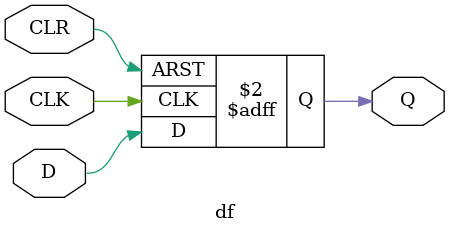
<source format=v>
module df(Q, D, CLK, CLR);

//port decleration 
input D ,CLK ,CLR ;
output reg Q ;

always @(posedge CLK or posedge CLR)
begin 
    if (CLR)
    begin 
        Q <= 0 ;
    end 
    else 
    begin
        Q <= D ; 
    end
end
endmodule 
</source>
